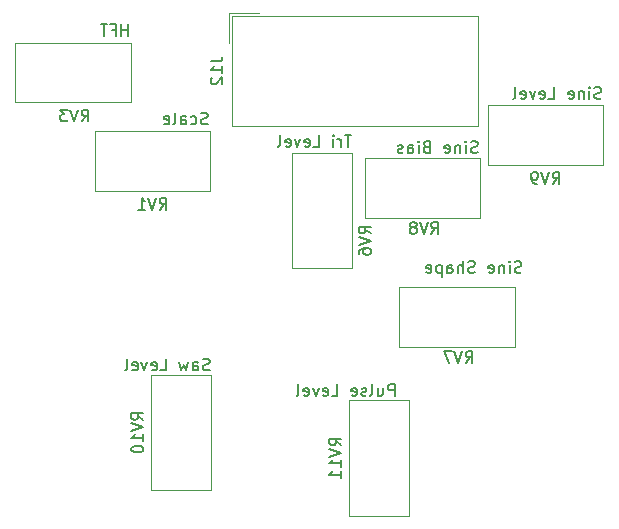
<source format=gbr>
G04 #@! TF.GenerationSoftware,KiCad,Pcbnew,(5.1.2-1)-1*
G04 #@! TF.CreationDate,2019-07-22T14:26:25-07:00*
G04 #@! TF.ProjectId,AS3340_VCO,41533333-3430-45f5-9643-4f2e6b696361,rev?*
G04 #@! TF.SameCoordinates,Original*
G04 #@! TF.FileFunction,Legend,Bot*
G04 #@! TF.FilePolarity,Positive*
%FSLAX46Y46*%
G04 Gerber Fmt 4.6, Leading zero omitted, Abs format (unit mm)*
G04 Created by KiCad (PCBNEW (5.1.2-1)-1) date 2019-07-22 14:26:25*
%MOMM*%
%LPD*%
G04 APERTURE LIST*
%ADD10C,0.150000*%
%ADD11C,0.120000*%
G04 APERTURE END LIST*
D10*
X98496047Y-74001380D02*
X97924619Y-74001380D01*
X98210333Y-75001380D02*
X98210333Y-74001380D01*
X97591285Y-75001380D02*
X97591285Y-74334714D01*
X97591285Y-74525190D02*
X97543666Y-74429952D01*
X97496047Y-74382333D01*
X97400809Y-74334714D01*
X97305571Y-74334714D01*
X96972238Y-75001380D02*
X96972238Y-74334714D01*
X96972238Y-74001380D02*
X97019857Y-74049000D01*
X96972238Y-74096619D01*
X96924619Y-74049000D01*
X96972238Y-74001380D01*
X96972238Y-74096619D01*
X95257952Y-75001380D02*
X95734142Y-75001380D01*
X95734142Y-74001380D01*
X94543666Y-74953761D02*
X94638904Y-75001380D01*
X94829380Y-75001380D01*
X94924619Y-74953761D01*
X94972238Y-74858523D01*
X94972238Y-74477571D01*
X94924619Y-74382333D01*
X94829380Y-74334714D01*
X94638904Y-74334714D01*
X94543666Y-74382333D01*
X94496047Y-74477571D01*
X94496047Y-74572809D01*
X94972238Y-74668047D01*
X94162714Y-74334714D02*
X93924619Y-75001380D01*
X93686523Y-74334714D01*
X92924619Y-74953761D02*
X93019857Y-75001380D01*
X93210333Y-75001380D01*
X93305571Y-74953761D01*
X93353190Y-74858523D01*
X93353190Y-74477571D01*
X93305571Y-74382333D01*
X93210333Y-74334714D01*
X93019857Y-74334714D01*
X92924619Y-74382333D01*
X92877000Y-74477571D01*
X92877000Y-74572809D01*
X93353190Y-74668047D01*
X92305571Y-75001380D02*
X92400809Y-74953761D01*
X92448428Y-74858523D01*
X92448428Y-74001380D01*
X102139238Y-96083380D02*
X102139238Y-95083380D01*
X101758285Y-95083380D01*
X101663047Y-95131000D01*
X101615428Y-95178619D01*
X101567809Y-95273857D01*
X101567809Y-95416714D01*
X101615428Y-95511952D01*
X101663047Y-95559571D01*
X101758285Y-95607190D01*
X102139238Y-95607190D01*
X100710666Y-95416714D02*
X100710666Y-96083380D01*
X101139238Y-95416714D02*
X101139238Y-95940523D01*
X101091619Y-96035761D01*
X100996380Y-96083380D01*
X100853523Y-96083380D01*
X100758285Y-96035761D01*
X100710666Y-95988142D01*
X100091619Y-96083380D02*
X100186857Y-96035761D01*
X100234476Y-95940523D01*
X100234476Y-95083380D01*
X99758285Y-96035761D02*
X99663047Y-96083380D01*
X99472571Y-96083380D01*
X99377333Y-96035761D01*
X99329714Y-95940523D01*
X99329714Y-95892904D01*
X99377333Y-95797666D01*
X99472571Y-95750047D01*
X99615428Y-95750047D01*
X99710666Y-95702428D01*
X99758285Y-95607190D01*
X99758285Y-95559571D01*
X99710666Y-95464333D01*
X99615428Y-95416714D01*
X99472571Y-95416714D01*
X99377333Y-95464333D01*
X98520190Y-96035761D02*
X98615428Y-96083380D01*
X98805904Y-96083380D01*
X98901142Y-96035761D01*
X98948761Y-95940523D01*
X98948761Y-95559571D01*
X98901142Y-95464333D01*
X98805904Y-95416714D01*
X98615428Y-95416714D01*
X98520190Y-95464333D01*
X98472571Y-95559571D01*
X98472571Y-95654809D01*
X98948761Y-95750047D01*
X96805904Y-96083380D02*
X97282095Y-96083380D01*
X97282095Y-95083380D01*
X96091619Y-96035761D02*
X96186857Y-96083380D01*
X96377333Y-96083380D01*
X96472571Y-96035761D01*
X96520190Y-95940523D01*
X96520190Y-95559571D01*
X96472571Y-95464333D01*
X96377333Y-95416714D01*
X96186857Y-95416714D01*
X96091619Y-95464333D01*
X96044000Y-95559571D01*
X96044000Y-95654809D01*
X96520190Y-95750047D01*
X95710666Y-95416714D02*
X95472571Y-96083380D01*
X95234476Y-95416714D01*
X94472571Y-96035761D02*
X94567809Y-96083380D01*
X94758285Y-96083380D01*
X94853523Y-96035761D01*
X94901142Y-95940523D01*
X94901142Y-95559571D01*
X94853523Y-95464333D01*
X94758285Y-95416714D01*
X94567809Y-95416714D01*
X94472571Y-95464333D01*
X94424952Y-95559571D01*
X94424952Y-95654809D01*
X94901142Y-95750047D01*
X93853523Y-96083380D02*
X93948761Y-96035761D01*
X93996380Y-95940523D01*
X93996380Y-95083380D01*
X86478619Y-93876761D02*
X86335761Y-93924380D01*
X86097666Y-93924380D01*
X86002428Y-93876761D01*
X85954809Y-93829142D01*
X85907190Y-93733904D01*
X85907190Y-93638666D01*
X85954809Y-93543428D01*
X86002428Y-93495809D01*
X86097666Y-93448190D01*
X86288142Y-93400571D01*
X86383380Y-93352952D01*
X86431000Y-93305333D01*
X86478619Y-93210095D01*
X86478619Y-93114857D01*
X86431000Y-93019619D01*
X86383380Y-92972000D01*
X86288142Y-92924380D01*
X86050047Y-92924380D01*
X85907190Y-92972000D01*
X85050047Y-93924380D02*
X85050047Y-93400571D01*
X85097666Y-93305333D01*
X85192904Y-93257714D01*
X85383380Y-93257714D01*
X85478619Y-93305333D01*
X85050047Y-93876761D02*
X85145285Y-93924380D01*
X85383380Y-93924380D01*
X85478619Y-93876761D01*
X85526238Y-93781523D01*
X85526238Y-93686285D01*
X85478619Y-93591047D01*
X85383380Y-93543428D01*
X85145285Y-93543428D01*
X85050047Y-93495809D01*
X84669095Y-93257714D02*
X84478619Y-93924380D01*
X84288142Y-93448190D01*
X84097666Y-93924380D01*
X83907190Y-93257714D01*
X82288142Y-93924380D02*
X82764333Y-93924380D01*
X82764333Y-92924380D01*
X81573857Y-93876761D02*
X81669095Y-93924380D01*
X81859571Y-93924380D01*
X81954809Y-93876761D01*
X82002428Y-93781523D01*
X82002428Y-93400571D01*
X81954809Y-93305333D01*
X81859571Y-93257714D01*
X81669095Y-93257714D01*
X81573857Y-93305333D01*
X81526238Y-93400571D01*
X81526238Y-93495809D01*
X82002428Y-93591047D01*
X81192904Y-93257714D02*
X80954809Y-93924380D01*
X80716714Y-93257714D01*
X79954809Y-93876761D02*
X80050047Y-93924380D01*
X80240523Y-93924380D01*
X80335761Y-93876761D01*
X80383380Y-93781523D01*
X80383380Y-93400571D01*
X80335761Y-93305333D01*
X80240523Y-93257714D01*
X80050047Y-93257714D01*
X79954809Y-93305333D01*
X79907190Y-93400571D01*
X79907190Y-93495809D01*
X80383380Y-93591047D01*
X79335761Y-93924380D02*
X79431000Y-93876761D01*
X79478619Y-93781523D01*
X79478619Y-92924380D01*
X86312142Y-73048761D02*
X86169285Y-73096380D01*
X85931190Y-73096380D01*
X85835952Y-73048761D01*
X85788333Y-73001142D01*
X85740714Y-72905904D01*
X85740714Y-72810666D01*
X85788333Y-72715428D01*
X85835952Y-72667809D01*
X85931190Y-72620190D01*
X86121666Y-72572571D01*
X86216904Y-72524952D01*
X86264523Y-72477333D01*
X86312142Y-72382095D01*
X86312142Y-72286857D01*
X86264523Y-72191619D01*
X86216904Y-72144000D01*
X86121666Y-72096380D01*
X85883571Y-72096380D01*
X85740714Y-72144000D01*
X84883571Y-73048761D02*
X84978809Y-73096380D01*
X85169285Y-73096380D01*
X85264523Y-73048761D01*
X85312142Y-73001142D01*
X85359761Y-72905904D01*
X85359761Y-72620190D01*
X85312142Y-72524952D01*
X85264523Y-72477333D01*
X85169285Y-72429714D01*
X84978809Y-72429714D01*
X84883571Y-72477333D01*
X84026428Y-73096380D02*
X84026428Y-72572571D01*
X84074047Y-72477333D01*
X84169285Y-72429714D01*
X84359761Y-72429714D01*
X84455000Y-72477333D01*
X84026428Y-73048761D02*
X84121666Y-73096380D01*
X84359761Y-73096380D01*
X84455000Y-73048761D01*
X84502619Y-72953523D01*
X84502619Y-72858285D01*
X84455000Y-72763047D01*
X84359761Y-72715428D01*
X84121666Y-72715428D01*
X84026428Y-72667809D01*
X83407380Y-73096380D02*
X83502619Y-73048761D01*
X83550238Y-72953523D01*
X83550238Y-72096380D01*
X82645476Y-73048761D02*
X82740714Y-73096380D01*
X82931190Y-73096380D01*
X83026428Y-73048761D01*
X83074047Y-72953523D01*
X83074047Y-72572571D01*
X83026428Y-72477333D01*
X82931190Y-72429714D01*
X82740714Y-72429714D01*
X82645476Y-72477333D01*
X82597857Y-72572571D01*
X82597857Y-72667809D01*
X83074047Y-72763047D01*
X112886619Y-85621761D02*
X112743761Y-85669380D01*
X112505666Y-85669380D01*
X112410428Y-85621761D01*
X112362809Y-85574142D01*
X112315190Y-85478904D01*
X112315190Y-85383666D01*
X112362809Y-85288428D01*
X112410428Y-85240809D01*
X112505666Y-85193190D01*
X112696142Y-85145571D01*
X112791380Y-85097952D01*
X112839000Y-85050333D01*
X112886619Y-84955095D01*
X112886619Y-84859857D01*
X112839000Y-84764619D01*
X112791380Y-84717000D01*
X112696142Y-84669380D01*
X112458047Y-84669380D01*
X112315190Y-84717000D01*
X111886619Y-85669380D02*
X111886619Y-85002714D01*
X111886619Y-84669380D02*
X111934238Y-84717000D01*
X111886619Y-84764619D01*
X111839000Y-84717000D01*
X111886619Y-84669380D01*
X111886619Y-84764619D01*
X111410428Y-85002714D02*
X111410428Y-85669380D01*
X111410428Y-85097952D02*
X111362809Y-85050333D01*
X111267571Y-85002714D01*
X111124714Y-85002714D01*
X111029476Y-85050333D01*
X110981857Y-85145571D01*
X110981857Y-85669380D01*
X110124714Y-85621761D02*
X110219952Y-85669380D01*
X110410428Y-85669380D01*
X110505666Y-85621761D01*
X110553285Y-85526523D01*
X110553285Y-85145571D01*
X110505666Y-85050333D01*
X110410428Y-85002714D01*
X110219952Y-85002714D01*
X110124714Y-85050333D01*
X110077095Y-85145571D01*
X110077095Y-85240809D01*
X110553285Y-85336047D01*
X108934238Y-85621761D02*
X108791380Y-85669380D01*
X108553285Y-85669380D01*
X108458047Y-85621761D01*
X108410428Y-85574142D01*
X108362809Y-85478904D01*
X108362809Y-85383666D01*
X108410428Y-85288428D01*
X108458047Y-85240809D01*
X108553285Y-85193190D01*
X108743761Y-85145571D01*
X108839000Y-85097952D01*
X108886619Y-85050333D01*
X108934238Y-84955095D01*
X108934238Y-84859857D01*
X108886619Y-84764619D01*
X108839000Y-84717000D01*
X108743761Y-84669380D01*
X108505666Y-84669380D01*
X108362809Y-84717000D01*
X107934238Y-85669380D02*
X107934238Y-84669380D01*
X107505666Y-85669380D02*
X107505666Y-85145571D01*
X107553285Y-85050333D01*
X107648523Y-85002714D01*
X107791380Y-85002714D01*
X107886619Y-85050333D01*
X107934238Y-85097952D01*
X106600904Y-85669380D02*
X106600904Y-85145571D01*
X106648523Y-85050333D01*
X106743761Y-85002714D01*
X106934238Y-85002714D01*
X107029476Y-85050333D01*
X106600904Y-85621761D02*
X106696142Y-85669380D01*
X106934238Y-85669380D01*
X107029476Y-85621761D01*
X107077095Y-85526523D01*
X107077095Y-85431285D01*
X107029476Y-85336047D01*
X106934238Y-85288428D01*
X106696142Y-85288428D01*
X106600904Y-85240809D01*
X106124714Y-85002714D02*
X106124714Y-86002714D01*
X106124714Y-85050333D02*
X106029476Y-85002714D01*
X105839000Y-85002714D01*
X105743761Y-85050333D01*
X105696142Y-85097952D01*
X105648523Y-85193190D01*
X105648523Y-85478904D01*
X105696142Y-85574142D01*
X105743761Y-85621761D01*
X105839000Y-85669380D01*
X106029476Y-85669380D01*
X106124714Y-85621761D01*
X104839000Y-85621761D02*
X104934238Y-85669380D01*
X105124714Y-85669380D01*
X105219952Y-85621761D01*
X105267571Y-85526523D01*
X105267571Y-85145571D01*
X105219952Y-85050333D01*
X105124714Y-85002714D01*
X104934238Y-85002714D01*
X104839000Y-85050333D01*
X104791380Y-85145571D01*
X104791380Y-85240809D01*
X105267571Y-85336047D01*
X109171952Y-75461761D02*
X109029095Y-75509380D01*
X108791000Y-75509380D01*
X108695761Y-75461761D01*
X108648142Y-75414142D01*
X108600523Y-75318904D01*
X108600523Y-75223666D01*
X108648142Y-75128428D01*
X108695761Y-75080809D01*
X108791000Y-75033190D01*
X108981476Y-74985571D01*
X109076714Y-74937952D01*
X109124333Y-74890333D01*
X109171952Y-74795095D01*
X109171952Y-74699857D01*
X109124333Y-74604619D01*
X109076714Y-74557000D01*
X108981476Y-74509380D01*
X108743380Y-74509380D01*
X108600523Y-74557000D01*
X108171952Y-75509380D02*
X108171952Y-74842714D01*
X108171952Y-74509380D02*
X108219571Y-74557000D01*
X108171952Y-74604619D01*
X108124333Y-74557000D01*
X108171952Y-74509380D01*
X108171952Y-74604619D01*
X107695761Y-74842714D02*
X107695761Y-75509380D01*
X107695761Y-74937952D02*
X107648142Y-74890333D01*
X107552904Y-74842714D01*
X107410047Y-74842714D01*
X107314809Y-74890333D01*
X107267190Y-74985571D01*
X107267190Y-75509380D01*
X106410047Y-75461761D02*
X106505285Y-75509380D01*
X106695761Y-75509380D01*
X106791000Y-75461761D01*
X106838619Y-75366523D01*
X106838619Y-74985571D01*
X106791000Y-74890333D01*
X106695761Y-74842714D01*
X106505285Y-74842714D01*
X106410047Y-74890333D01*
X106362428Y-74985571D01*
X106362428Y-75080809D01*
X106838619Y-75176047D01*
X104838619Y-74985571D02*
X104695761Y-75033190D01*
X104648142Y-75080809D01*
X104600523Y-75176047D01*
X104600523Y-75318904D01*
X104648142Y-75414142D01*
X104695761Y-75461761D01*
X104791000Y-75509380D01*
X105171952Y-75509380D01*
X105171952Y-74509380D01*
X104838619Y-74509380D01*
X104743380Y-74557000D01*
X104695761Y-74604619D01*
X104648142Y-74699857D01*
X104648142Y-74795095D01*
X104695761Y-74890333D01*
X104743380Y-74937952D01*
X104838619Y-74985571D01*
X105171952Y-74985571D01*
X104171952Y-75509380D02*
X104171952Y-74842714D01*
X104171952Y-74509380D02*
X104219571Y-74557000D01*
X104171952Y-74604619D01*
X104124333Y-74557000D01*
X104171952Y-74509380D01*
X104171952Y-74604619D01*
X103267190Y-75509380D02*
X103267190Y-74985571D01*
X103314809Y-74890333D01*
X103410047Y-74842714D01*
X103600523Y-74842714D01*
X103695761Y-74890333D01*
X103267190Y-75461761D02*
X103362428Y-75509380D01*
X103600523Y-75509380D01*
X103695761Y-75461761D01*
X103743380Y-75366523D01*
X103743380Y-75271285D01*
X103695761Y-75176047D01*
X103600523Y-75128428D01*
X103362428Y-75128428D01*
X103267190Y-75080809D01*
X102838619Y-75461761D02*
X102743380Y-75509380D01*
X102552904Y-75509380D01*
X102457666Y-75461761D01*
X102410047Y-75366523D01*
X102410047Y-75318904D01*
X102457666Y-75223666D01*
X102552904Y-75176047D01*
X102695761Y-75176047D01*
X102791000Y-75128428D01*
X102838619Y-75033190D01*
X102838619Y-74985571D01*
X102791000Y-74890333D01*
X102695761Y-74842714D01*
X102552904Y-74842714D01*
X102457666Y-74890333D01*
X119641476Y-70889761D02*
X119498619Y-70937380D01*
X119260523Y-70937380D01*
X119165285Y-70889761D01*
X119117666Y-70842142D01*
X119070047Y-70746904D01*
X119070047Y-70651666D01*
X119117666Y-70556428D01*
X119165285Y-70508809D01*
X119260523Y-70461190D01*
X119451000Y-70413571D01*
X119546238Y-70365952D01*
X119593857Y-70318333D01*
X119641476Y-70223095D01*
X119641476Y-70127857D01*
X119593857Y-70032619D01*
X119546238Y-69985000D01*
X119451000Y-69937380D01*
X119212904Y-69937380D01*
X119070047Y-69985000D01*
X118641476Y-70937380D02*
X118641476Y-70270714D01*
X118641476Y-69937380D02*
X118689095Y-69985000D01*
X118641476Y-70032619D01*
X118593857Y-69985000D01*
X118641476Y-69937380D01*
X118641476Y-70032619D01*
X118165285Y-70270714D02*
X118165285Y-70937380D01*
X118165285Y-70365952D02*
X118117666Y-70318333D01*
X118022428Y-70270714D01*
X117879571Y-70270714D01*
X117784333Y-70318333D01*
X117736714Y-70413571D01*
X117736714Y-70937380D01*
X116879571Y-70889761D02*
X116974809Y-70937380D01*
X117165285Y-70937380D01*
X117260523Y-70889761D01*
X117308142Y-70794523D01*
X117308142Y-70413571D01*
X117260523Y-70318333D01*
X117165285Y-70270714D01*
X116974809Y-70270714D01*
X116879571Y-70318333D01*
X116831952Y-70413571D01*
X116831952Y-70508809D01*
X117308142Y-70604047D01*
X115165285Y-70937380D02*
X115641476Y-70937380D01*
X115641476Y-69937380D01*
X114450999Y-70889761D02*
X114546238Y-70937380D01*
X114736714Y-70937380D01*
X114831952Y-70889761D01*
X114879571Y-70794523D01*
X114879571Y-70413571D01*
X114831952Y-70318333D01*
X114736714Y-70270714D01*
X114546238Y-70270714D01*
X114450999Y-70318333D01*
X114403380Y-70413571D01*
X114403380Y-70508809D01*
X114879571Y-70604047D01*
X114070047Y-70270714D02*
X113831952Y-70937380D01*
X113593857Y-70270714D01*
X112831952Y-70889761D02*
X112927190Y-70937380D01*
X113117666Y-70937380D01*
X113212904Y-70889761D01*
X113260523Y-70794523D01*
X113260523Y-70413571D01*
X113212904Y-70318333D01*
X113117666Y-70270714D01*
X112927190Y-70270714D01*
X112831952Y-70318333D01*
X112784333Y-70413571D01*
X112784333Y-70508809D01*
X113260523Y-70604047D01*
X112212904Y-70937380D02*
X112308142Y-70889761D01*
X112355761Y-70794523D01*
X112355761Y-69937380D01*
X79581238Y-65603380D02*
X79581238Y-64603380D01*
X79581238Y-65079571D02*
X79009809Y-65079571D01*
X79009809Y-65603380D02*
X79009809Y-64603380D01*
X78200285Y-65079571D02*
X78533619Y-65079571D01*
X78533619Y-65603380D02*
X78533619Y-64603380D01*
X78057428Y-64603380D01*
X77819333Y-64603380D02*
X77247904Y-64603380D01*
X77533619Y-65603380D02*
X77533619Y-64603380D01*
D11*
X88126000Y-63655000D02*
X88126000Y-66195000D01*
X88126000Y-63655000D02*
X90666000Y-63655000D01*
X88376000Y-63905000D02*
X88376000Y-73255000D01*
X109236000Y-63905000D02*
X88376000Y-63905000D01*
X109236000Y-73255000D02*
X109236000Y-63905000D01*
X88376000Y-73255000D02*
X109236000Y-73255000D01*
X86546000Y-78730000D02*
X86546000Y-73660000D01*
X76776000Y-78730000D02*
X76776000Y-73660000D01*
X76776000Y-73660000D02*
X86546000Y-73660000D01*
X76776000Y-78730000D02*
X86546000Y-78730000D01*
X79815000Y-66177000D02*
X70045000Y-66177000D01*
X79815000Y-71247000D02*
X70045000Y-71247000D01*
X79815000Y-66177000D02*
X79815000Y-71247000D01*
X70045000Y-66177000D02*
X70045000Y-71247000D01*
X98542000Y-75506000D02*
X93472000Y-75506000D01*
X98542000Y-85276000D02*
X93472000Y-85276000D01*
X93472000Y-85276000D02*
X93472000Y-75506000D01*
X98542000Y-85276000D02*
X98542000Y-75506000D01*
X112327000Y-86878000D02*
X102557000Y-86878000D01*
X112327000Y-91948000D02*
X102557000Y-91948000D01*
X112327000Y-86878000D02*
X112327000Y-91948000D01*
X102557000Y-86878000D02*
X102557000Y-91948000D01*
X109406000Y-75956000D02*
X99636000Y-75956000D01*
X109406000Y-81026000D02*
X99636000Y-81026000D01*
X109406000Y-75956000D02*
X109406000Y-81026000D01*
X99636000Y-75956000D02*
X99636000Y-81026000D01*
X119820000Y-76571000D02*
X119820000Y-71501000D01*
X110050000Y-76571000D02*
X110050000Y-71501000D01*
X110050000Y-71501000D02*
X119820000Y-71501000D01*
X110050000Y-76571000D02*
X119820000Y-76571000D01*
X81544000Y-104072000D02*
X86614000Y-104072000D01*
X81544000Y-94302000D02*
X86614000Y-94302000D01*
X86614000Y-94302000D02*
X86614000Y-104072000D01*
X81544000Y-94302000D02*
X81544000Y-104072000D01*
X98308000Y-96461000D02*
X98308000Y-106231000D01*
X103378000Y-96461000D02*
X103378000Y-106231000D01*
X98308000Y-96461000D02*
X103378000Y-96461000D01*
X98308000Y-106231000D02*
X103378000Y-106231000D01*
D10*
X86574380Y-67770476D02*
X87288666Y-67770476D01*
X87431523Y-67722857D01*
X87526761Y-67627619D01*
X87574380Y-67484761D01*
X87574380Y-67389523D01*
X87574380Y-68770476D02*
X87574380Y-68199047D01*
X87574380Y-68484761D02*
X86574380Y-68484761D01*
X86717238Y-68389523D01*
X86812476Y-68294285D01*
X86860095Y-68199047D01*
X86669619Y-69151428D02*
X86622000Y-69199047D01*
X86574380Y-69294285D01*
X86574380Y-69532380D01*
X86622000Y-69627619D01*
X86669619Y-69675238D01*
X86764857Y-69722857D01*
X86860095Y-69722857D01*
X87002952Y-69675238D01*
X87574380Y-69103809D01*
X87574380Y-69722857D01*
X82256238Y-80312380D02*
X82589571Y-79836190D01*
X82827666Y-80312380D02*
X82827666Y-79312380D01*
X82446714Y-79312380D01*
X82351476Y-79360000D01*
X82303857Y-79407619D01*
X82256238Y-79502857D01*
X82256238Y-79645714D01*
X82303857Y-79740952D01*
X82351476Y-79788571D01*
X82446714Y-79836190D01*
X82827666Y-79836190D01*
X81970523Y-79312380D02*
X81637190Y-80312380D01*
X81303857Y-79312380D01*
X80446714Y-80312380D02*
X81018142Y-80312380D01*
X80732428Y-80312380D02*
X80732428Y-79312380D01*
X80827666Y-79455238D01*
X80922904Y-79550476D01*
X81018142Y-79598095D01*
X75652238Y-72842380D02*
X75985571Y-72366190D01*
X76223666Y-72842380D02*
X76223666Y-71842380D01*
X75842714Y-71842380D01*
X75747476Y-71890000D01*
X75699857Y-71937619D01*
X75652238Y-72032857D01*
X75652238Y-72175714D01*
X75699857Y-72270952D01*
X75747476Y-72318571D01*
X75842714Y-72366190D01*
X76223666Y-72366190D01*
X75366523Y-71842380D02*
X75033190Y-72842380D01*
X74699857Y-71842380D01*
X74461761Y-71842380D02*
X73842714Y-71842380D01*
X74176047Y-72223333D01*
X74033190Y-72223333D01*
X73937952Y-72270952D01*
X73890333Y-72318571D01*
X73842714Y-72413809D01*
X73842714Y-72651904D01*
X73890333Y-72747142D01*
X73937952Y-72794761D01*
X74033190Y-72842380D01*
X74318904Y-72842380D01*
X74414142Y-72794761D01*
X74461761Y-72747142D01*
X100124380Y-82335761D02*
X99648190Y-82002428D01*
X100124380Y-81764333D02*
X99124380Y-81764333D01*
X99124380Y-82145285D01*
X99172000Y-82240523D01*
X99219619Y-82288142D01*
X99314857Y-82335761D01*
X99457714Y-82335761D01*
X99552952Y-82288142D01*
X99600571Y-82240523D01*
X99648190Y-82145285D01*
X99648190Y-81764333D01*
X99124380Y-82621476D02*
X100124380Y-82954809D01*
X99124380Y-83288142D01*
X99124380Y-84050047D02*
X99124380Y-83859571D01*
X99172000Y-83764333D01*
X99219619Y-83716714D01*
X99362476Y-83621476D01*
X99552952Y-83573857D01*
X99933904Y-83573857D01*
X100029142Y-83621476D01*
X100076761Y-83669095D01*
X100124380Y-83764333D01*
X100124380Y-83954809D01*
X100076761Y-84050047D01*
X100029142Y-84097666D01*
X99933904Y-84145285D01*
X99695809Y-84145285D01*
X99600571Y-84097666D01*
X99552952Y-84050047D01*
X99505333Y-83954809D01*
X99505333Y-83764333D01*
X99552952Y-83669095D01*
X99600571Y-83621476D01*
X99695809Y-83573857D01*
X108164238Y-93289380D02*
X108497571Y-92813190D01*
X108735666Y-93289380D02*
X108735666Y-92289380D01*
X108354714Y-92289380D01*
X108259476Y-92337000D01*
X108211857Y-92384619D01*
X108164238Y-92479857D01*
X108164238Y-92622714D01*
X108211857Y-92717952D01*
X108259476Y-92765571D01*
X108354714Y-92813190D01*
X108735666Y-92813190D01*
X107878523Y-92289380D02*
X107545190Y-93289380D01*
X107211857Y-92289380D01*
X106973761Y-92289380D02*
X106307095Y-92289380D01*
X106735666Y-93289380D01*
X105243238Y-82367380D02*
X105576571Y-81891190D01*
X105814666Y-82367380D02*
X105814666Y-81367380D01*
X105433714Y-81367380D01*
X105338476Y-81415000D01*
X105290857Y-81462619D01*
X105243238Y-81557857D01*
X105243238Y-81700714D01*
X105290857Y-81795952D01*
X105338476Y-81843571D01*
X105433714Y-81891190D01*
X105814666Y-81891190D01*
X104957523Y-81367380D02*
X104624190Y-82367380D01*
X104290857Y-81367380D01*
X103814666Y-81795952D02*
X103909904Y-81748333D01*
X103957523Y-81700714D01*
X104005142Y-81605476D01*
X104005142Y-81557857D01*
X103957523Y-81462619D01*
X103909904Y-81415000D01*
X103814666Y-81367380D01*
X103624190Y-81367380D01*
X103528952Y-81415000D01*
X103481333Y-81462619D01*
X103433714Y-81557857D01*
X103433714Y-81605476D01*
X103481333Y-81700714D01*
X103528952Y-81748333D01*
X103624190Y-81795952D01*
X103814666Y-81795952D01*
X103909904Y-81843571D01*
X103957523Y-81891190D01*
X104005142Y-81986428D01*
X104005142Y-82176904D01*
X103957523Y-82272142D01*
X103909904Y-82319761D01*
X103814666Y-82367380D01*
X103624190Y-82367380D01*
X103528952Y-82319761D01*
X103481333Y-82272142D01*
X103433714Y-82176904D01*
X103433714Y-81986428D01*
X103481333Y-81891190D01*
X103528952Y-81843571D01*
X103624190Y-81795952D01*
X115530238Y-78153380D02*
X115863571Y-77677190D01*
X116101666Y-78153380D02*
X116101666Y-77153380D01*
X115720714Y-77153380D01*
X115625476Y-77201000D01*
X115577857Y-77248619D01*
X115530238Y-77343857D01*
X115530238Y-77486714D01*
X115577857Y-77581952D01*
X115625476Y-77629571D01*
X115720714Y-77677190D01*
X116101666Y-77677190D01*
X115244523Y-77153380D02*
X114911190Y-78153380D01*
X114577857Y-77153380D01*
X114196904Y-78153380D02*
X114006428Y-78153380D01*
X113911190Y-78105761D01*
X113863571Y-78058142D01*
X113768333Y-77915285D01*
X113720714Y-77724809D01*
X113720714Y-77343857D01*
X113768333Y-77248619D01*
X113815952Y-77201000D01*
X113911190Y-77153380D01*
X114101666Y-77153380D01*
X114196904Y-77201000D01*
X114244523Y-77248619D01*
X114292142Y-77343857D01*
X114292142Y-77581952D01*
X114244523Y-77677190D01*
X114196904Y-77724809D01*
X114101666Y-77772428D01*
X113911190Y-77772428D01*
X113815952Y-77724809D01*
X113768333Y-77677190D01*
X113720714Y-77581952D01*
X80866380Y-98115571D02*
X80390190Y-97782238D01*
X80866380Y-97544142D02*
X79866380Y-97544142D01*
X79866380Y-97925095D01*
X79914000Y-98020333D01*
X79961619Y-98067952D01*
X80056857Y-98115571D01*
X80199714Y-98115571D01*
X80294952Y-98067952D01*
X80342571Y-98020333D01*
X80390190Y-97925095D01*
X80390190Y-97544142D01*
X79866380Y-98401285D02*
X80866380Y-98734619D01*
X79866380Y-99067952D01*
X80866380Y-99925095D02*
X80866380Y-99353666D01*
X80866380Y-99639380D02*
X79866380Y-99639380D01*
X80009238Y-99544142D01*
X80104476Y-99448904D01*
X80152095Y-99353666D01*
X79866380Y-100544142D02*
X79866380Y-100639380D01*
X79914000Y-100734619D01*
X79961619Y-100782238D01*
X80056857Y-100829857D01*
X80247333Y-100877476D01*
X80485428Y-100877476D01*
X80675904Y-100829857D01*
X80771142Y-100782238D01*
X80818761Y-100734619D01*
X80866380Y-100639380D01*
X80866380Y-100544142D01*
X80818761Y-100448904D01*
X80771142Y-100401285D01*
X80675904Y-100353666D01*
X80485428Y-100306047D01*
X80247333Y-100306047D01*
X80056857Y-100353666D01*
X79961619Y-100401285D01*
X79914000Y-100448904D01*
X79866380Y-100544142D01*
X97630380Y-100274571D02*
X97154190Y-99941238D01*
X97630380Y-99703142D02*
X96630380Y-99703142D01*
X96630380Y-100084095D01*
X96678000Y-100179333D01*
X96725619Y-100226952D01*
X96820857Y-100274571D01*
X96963714Y-100274571D01*
X97058952Y-100226952D01*
X97106571Y-100179333D01*
X97154190Y-100084095D01*
X97154190Y-99703142D01*
X96630380Y-100560285D02*
X97630380Y-100893619D01*
X96630380Y-101226952D01*
X97630380Y-102084095D02*
X97630380Y-101512666D01*
X97630380Y-101798380D02*
X96630380Y-101798380D01*
X96773238Y-101703142D01*
X96868476Y-101607904D01*
X96916095Y-101512666D01*
X97630380Y-103036476D02*
X97630380Y-102465047D01*
X97630380Y-102750761D02*
X96630380Y-102750761D01*
X96773238Y-102655523D01*
X96868476Y-102560285D01*
X96916095Y-102465047D01*
M02*

</source>
